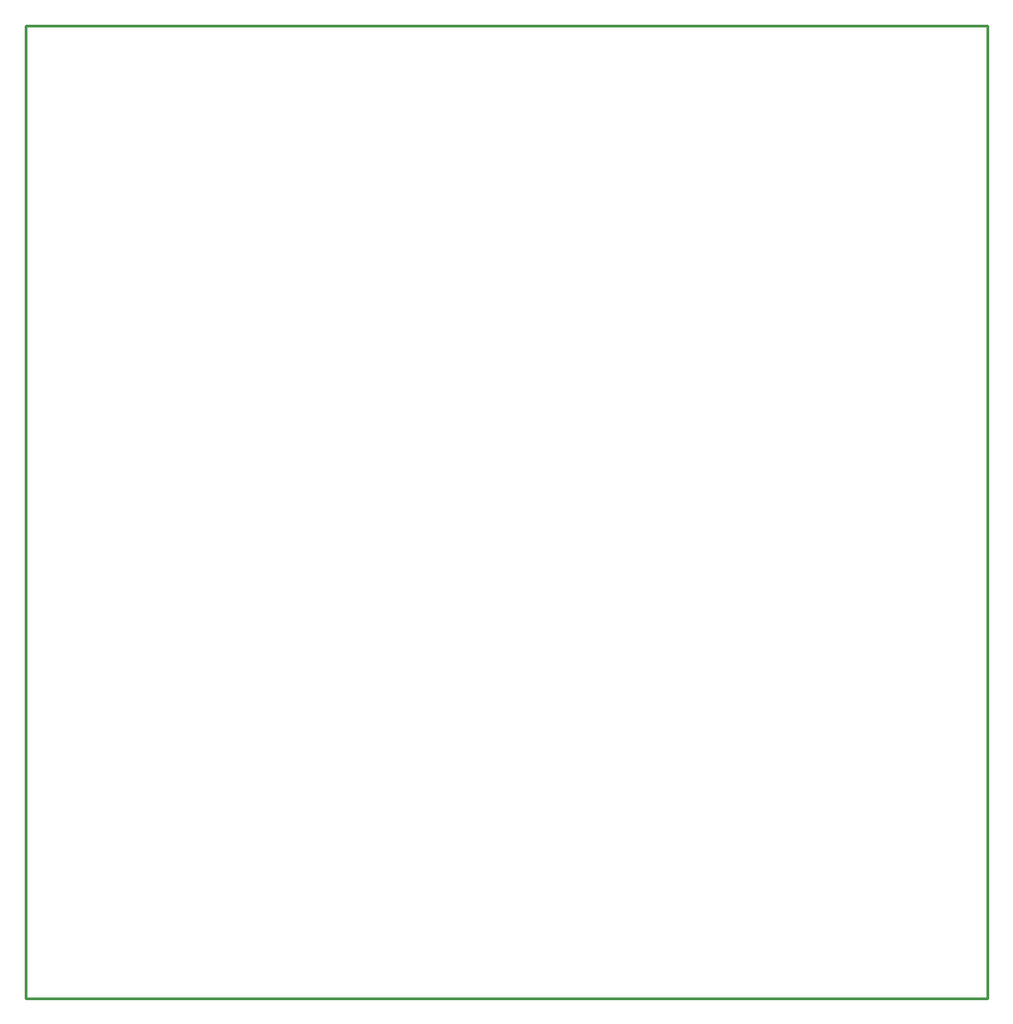
<source format=gko>
G04*
G04 #@! TF.GenerationSoftware,Altium Limited,Altium Designer,20.1.7 (139)*
G04*
G04 Layer_Color=16711935*
%FSLAX25Y25*%
%MOIN*%
G70*
G04*
G04 #@! TF.SameCoordinates,7B629D7A-5012-4778-A706-7C37D5037AAD*
G04*
G04*
G04 #@! TF.FilePolarity,Positive*
G04*
G01*
G75*
%ADD10C,0.01000*%
D10*
X21654Y0D02*
X372047D01*
Y354331D01*
X21654D02*
X372047D01*
X21654Y0D02*
Y354331D01*
M02*

</source>
